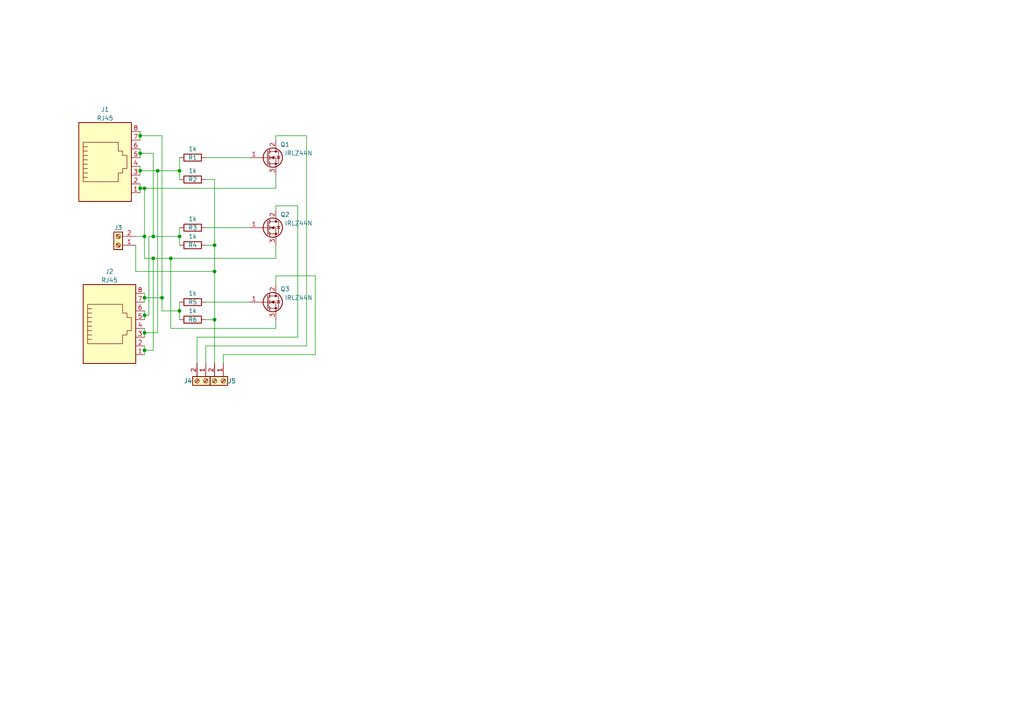
<source format=kicad_sch>
(kicad_sch (version 20230121) (generator eeschema)

  (uuid 7a1421d7-a5c7-4f96-9f0c-03d63521fe71)

  (paper "A4")

  (lib_symbols
    (symbol "Connector:RJ45" (pin_names (offset 1.016)) (in_bom yes) (on_board yes)
      (property "Reference" "J" (at -5.08 13.97 0)
        (effects (font (size 1.27 1.27)) (justify right))
      )
      (property "Value" "RJ45" (at 2.54 13.97 0)
        (effects (font (size 1.27 1.27)) (justify left))
      )
      (property "Footprint" "" (at 0 0.635 90)
        (effects (font (size 1.27 1.27)) hide)
      )
      (property "Datasheet" "~" (at 0 0.635 90)
        (effects (font (size 1.27 1.27)) hide)
      )
      (property "ki_keywords" "8P8C RJ socket connector" (at 0 0 0)
        (effects (font (size 1.27 1.27)) hide)
      )
      (property "ki_description" "RJ connector, 8P8C (8 positions 8 connected)" (at 0 0 0)
        (effects (font (size 1.27 1.27)) hide)
      )
      (property "ki_fp_filters" "8P8C* RJ31* RJ32* RJ33* RJ34* RJ35* RJ41* RJ45* RJ49* RJ61*" (at 0 0 0)
        (effects (font (size 1.27 1.27)) hide)
      )
      (symbol "RJ45_0_1"
        (polyline
          (pts
            (xy -5.08 4.445)
            (xy -6.35 4.445)
          )
          (stroke (width 0) (type default))
          (fill (type none))
        )
        (polyline
          (pts
            (xy -5.08 5.715)
            (xy -6.35 5.715)
          )
          (stroke (width 0) (type default))
          (fill (type none))
        )
        (polyline
          (pts
            (xy -6.35 -3.175)
            (xy -5.08 -3.175)
            (xy -5.08 -3.175)
          )
          (stroke (width 0) (type default))
          (fill (type none))
        )
        (polyline
          (pts
            (xy -6.35 -1.905)
            (xy -5.08 -1.905)
            (xy -5.08 -1.905)
          )
          (stroke (width 0) (type default))
          (fill (type none))
        )
        (polyline
          (pts
            (xy -6.35 -0.635)
            (xy -5.08 -0.635)
            (xy -5.08 -0.635)
          )
          (stroke (width 0) (type default))
          (fill (type none))
        )
        (polyline
          (pts
            (xy -6.35 0.635)
            (xy -5.08 0.635)
            (xy -5.08 0.635)
          )
          (stroke (width 0) (type default))
          (fill (type none))
        )
        (polyline
          (pts
            (xy -6.35 1.905)
            (xy -5.08 1.905)
            (xy -5.08 1.905)
          )
          (stroke (width 0) (type default))
          (fill (type none))
        )
        (polyline
          (pts
            (xy -5.08 3.175)
            (xy -6.35 3.175)
            (xy -6.35 3.175)
          )
          (stroke (width 0) (type default))
          (fill (type none))
        )
        (polyline
          (pts
            (xy -6.35 -4.445)
            (xy -6.35 6.985)
            (xy 3.81 6.985)
            (xy 3.81 4.445)
            (xy 5.08 4.445)
            (xy 5.08 3.175)
            (xy 6.35 3.175)
            (xy 6.35 -0.635)
            (xy 5.08 -0.635)
            (xy 5.08 -1.905)
            (xy 3.81 -1.905)
            (xy 3.81 -4.445)
            (xy -6.35 -4.445)
            (xy -6.35 -4.445)
          )
          (stroke (width 0) (type default))
          (fill (type none))
        )
        (rectangle (start 7.62 12.7) (end -7.62 -10.16)
          (stroke (width 0.254) (type default))
          (fill (type background))
        )
      )
      (symbol "RJ45_1_1"
        (pin passive line (at 10.16 -7.62 180) (length 2.54)
          (name "~" (effects (font (size 1.27 1.27))))
          (number "1" (effects (font (size 1.27 1.27))))
        )
        (pin passive line (at 10.16 -5.08 180) (length 2.54)
          (name "~" (effects (font (size 1.27 1.27))))
          (number "2" (effects (font (size 1.27 1.27))))
        )
        (pin passive line (at 10.16 -2.54 180) (length 2.54)
          (name "~" (effects (font (size 1.27 1.27))))
          (number "3" (effects (font (size 1.27 1.27))))
        )
        (pin passive line (at 10.16 0 180) (length 2.54)
          (name "~" (effects (font (size 1.27 1.27))))
          (number "4" (effects (font (size 1.27 1.27))))
        )
        (pin passive line (at 10.16 2.54 180) (length 2.54)
          (name "~" (effects (font (size 1.27 1.27))))
          (number "5" (effects (font (size 1.27 1.27))))
        )
        (pin passive line (at 10.16 5.08 180) (length 2.54)
          (name "~" (effects (font (size 1.27 1.27))))
          (number "6" (effects (font (size 1.27 1.27))))
        )
        (pin passive line (at 10.16 7.62 180) (length 2.54)
          (name "~" (effects (font (size 1.27 1.27))))
          (number "7" (effects (font (size 1.27 1.27))))
        )
        (pin passive line (at 10.16 10.16 180) (length 2.54)
          (name "~" (effects (font (size 1.27 1.27))))
          (number "8" (effects (font (size 1.27 1.27))))
        )
      )
    )
    (symbol "Connector:Screw_Terminal_01x02" (pin_names (offset 1.016) hide) (in_bom yes) (on_board yes)
      (property "Reference" "J" (at 0 2.54 0)
        (effects (font (size 1.27 1.27)))
      )
      (property "Value" "Screw_Terminal_01x02" (at 0 -5.08 0)
        (effects (font (size 1.27 1.27)))
      )
      (property "Footprint" "" (at 0 0 0)
        (effects (font (size 1.27 1.27)) hide)
      )
      (property "Datasheet" "~" (at 0 0 0)
        (effects (font (size 1.27 1.27)) hide)
      )
      (property "ki_keywords" "screw terminal" (at 0 0 0)
        (effects (font (size 1.27 1.27)) hide)
      )
      (property "ki_description" "Generic screw terminal, single row, 01x02, script generated (kicad-library-utils/schlib/autogen/connector/)" (at 0 0 0)
        (effects (font (size 1.27 1.27)) hide)
      )
      (property "ki_fp_filters" "TerminalBlock*:*" (at 0 0 0)
        (effects (font (size 1.27 1.27)) hide)
      )
      (symbol "Screw_Terminal_01x02_1_1"
        (rectangle (start -1.27 1.27) (end 1.27 -3.81)
          (stroke (width 0.254) (type default))
          (fill (type background))
        )
        (circle (center 0 -2.54) (radius 0.635)
          (stroke (width 0.1524) (type default))
          (fill (type none))
        )
        (polyline
          (pts
            (xy -0.5334 -2.2098)
            (xy 0.3302 -3.048)
          )
          (stroke (width 0.1524) (type default))
          (fill (type none))
        )
        (polyline
          (pts
            (xy -0.5334 0.3302)
            (xy 0.3302 -0.508)
          )
          (stroke (width 0.1524) (type default))
          (fill (type none))
        )
        (polyline
          (pts
            (xy -0.3556 -2.032)
            (xy 0.508 -2.8702)
          )
          (stroke (width 0.1524) (type default))
          (fill (type none))
        )
        (polyline
          (pts
            (xy -0.3556 0.508)
            (xy 0.508 -0.3302)
          )
          (stroke (width 0.1524) (type default))
          (fill (type none))
        )
        (circle (center 0 0) (radius 0.635)
          (stroke (width 0.1524) (type default))
          (fill (type none))
        )
        (pin passive line (at -5.08 0 0) (length 3.81)
          (name "Pin_1" (effects (font (size 1.27 1.27))))
          (number "1" (effects (font (size 1.27 1.27))))
        )
        (pin passive line (at -5.08 -2.54 0) (length 3.81)
          (name "Pin_2" (effects (font (size 1.27 1.27))))
          (number "2" (effects (font (size 1.27 1.27))))
        )
      )
    )
    (symbol "Device:R" (pin_numbers hide) (pin_names (offset 0)) (in_bom yes) (on_board yes)
      (property "Reference" "R" (at 2.032 0 90)
        (effects (font (size 1.27 1.27)))
      )
      (property "Value" "R" (at 0 0 90)
        (effects (font (size 1.27 1.27)))
      )
      (property "Footprint" "" (at -1.778 0 90)
        (effects (font (size 1.27 1.27)) hide)
      )
      (property "Datasheet" "~" (at 0 0 0)
        (effects (font (size 1.27 1.27)) hide)
      )
      (property "ki_keywords" "R res resistor" (at 0 0 0)
        (effects (font (size 1.27 1.27)) hide)
      )
      (property "ki_description" "Resistor" (at 0 0 0)
        (effects (font (size 1.27 1.27)) hide)
      )
      (property "ki_fp_filters" "R_*" (at 0 0 0)
        (effects (font (size 1.27 1.27)) hide)
      )
      (symbol "R_0_1"
        (rectangle (start -1.016 -2.54) (end 1.016 2.54)
          (stroke (width 0.254) (type default))
          (fill (type none))
        )
      )
      (symbol "R_1_1"
        (pin passive line (at 0 3.81 270) (length 1.27)
          (name "~" (effects (font (size 1.27 1.27))))
          (number "1" (effects (font (size 1.27 1.27))))
        )
        (pin passive line (at 0 -3.81 90) (length 1.27)
          (name "~" (effects (font (size 1.27 1.27))))
          (number "2" (effects (font (size 1.27 1.27))))
        )
      )
    )
    (symbol "Transistor_FET:IRLZ44N" (pin_names hide) (in_bom yes) (on_board yes)
      (property "Reference" "Q" (at 6.35 1.905 0)
        (effects (font (size 1.27 1.27)) (justify left))
      )
      (property "Value" "IRLZ44N" (at 6.35 0 0)
        (effects (font (size 1.27 1.27)) (justify left))
      )
      (property "Footprint" "Package_TO_SOT_THT:TO-220-3_Vertical" (at 6.35 -1.905 0)
        (effects (font (size 1.27 1.27) italic) (justify left) hide)
      )
      (property "Datasheet" "http://www.irf.com/product-info/datasheets/data/irlz44n.pdf" (at 0 0 0)
        (effects (font (size 1.27 1.27)) (justify left) hide)
      )
      (property "ki_keywords" "N-Channel HEXFET MOSFET Logic-Level" (at 0 0 0)
        (effects (font (size 1.27 1.27)) hide)
      )
      (property "ki_description" "47A Id, 55V Vds, 22mOhm Rds Single N-Channel HEXFET Power MOSFET, TO-220AB" (at 0 0 0)
        (effects (font (size 1.27 1.27)) hide)
      )
      (property "ki_fp_filters" "TO?220*" (at 0 0 0)
        (effects (font (size 1.27 1.27)) hide)
      )
      (symbol "IRLZ44N_0_1"
        (polyline
          (pts
            (xy 0.254 0)
            (xy -2.54 0)
          )
          (stroke (width 0) (type default))
          (fill (type none))
        )
        (polyline
          (pts
            (xy 0.254 1.905)
            (xy 0.254 -1.905)
          )
          (stroke (width 0.254) (type default))
          (fill (type none))
        )
        (polyline
          (pts
            (xy 0.762 -1.27)
            (xy 0.762 -2.286)
          )
          (stroke (width 0.254) (type default))
          (fill (type none))
        )
        (polyline
          (pts
            (xy 0.762 0.508)
            (xy 0.762 -0.508)
          )
          (stroke (width 0.254) (type default))
          (fill (type none))
        )
        (polyline
          (pts
            (xy 0.762 2.286)
            (xy 0.762 1.27)
          )
          (stroke (width 0.254) (type default))
          (fill (type none))
        )
        (polyline
          (pts
            (xy 2.54 2.54)
            (xy 2.54 1.778)
          )
          (stroke (width 0) (type default))
          (fill (type none))
        )
        (polyline
          (pts
            (xy 2.54 -2.54)
            (xy 2.54 0)
            (xy 0.762 0)
          )
          (stroke (width 0) (type default))
          (fill (type none))
        )
        (polyline
          (pts
            (xy 0.762 -1.778)
            (xy 3.302 -1.778)
            (xy 3.302 1.778)
            (xy 0.762 1.778)
          )
          (stroke (width 0) (type default))
          (fill (type none))
        )
        (polyline
          (pts
            (xy 1.016 0)
            (xy 2.032 0.381)
            (xy 2.032 -0.381)
            (xy 1.016 0)
          )
          (stroke (width 0) (type default))
          (fill (type outline))
        )
        (polyline
          (pts
            (xy 2.794 0.508)
            (xy 2.921 0.381)
            (xy 3.683 0.381)
            (xy 3.81 0.254)
          )
          (stroke (width 0) (type default))
          (fill (type none))
        )
        (polyline
          (pts
            (xy 3.302 0.381)
            (xy 2.921 -0.254)
            (xy 3.683 -0.254)
            (xy 3.302 0.381)
          )
          (stroke (width 0) (type default))
          (fill (type none))
        )
        (circle (center 1.651 0) (radius 2.794)
          (stroke (width 0.254) (type default))
          (fill (type none))
        )
        (circle (center 2.54 -1.778) (radius 0.254)
          (stroke (width 0) (type default))
          (fill (type outline))
        )
        (circle (center 2.54 1.778) (radius 0.254)
          (stroke (width 0) (type default))
          (fill (type outline))
        )
      )
      (symbol "IRLZ44N_1_1"
        (pin input line (at -5.08 0 0) (length 2.54)
          (name "G" (effects (font (size 1.27 1.27))))
          (number "1" (effects (font (size 1.27 1.27))))
        )
        (pin passive line (at 2.54 5.08 270) (length 2.54)
          (name "D" (effects (font (size 1.27 1.27))))
          (number "2" (effects (font (size 1.27 1.27))))
        )
        (pin passive line (at 2.54 -5.08 90) (length 2.54)
          (name "S" (effects (font (size 1.27 1.27))))
          (number "3" (effects (font (size 1.27 1.27))))
        )
      )
    )
  )

  (junction (at 44.45 74.93) (diameter 0) (color 0 0 0 0)
    (uuid 004a1162-dbcd-443d-8813-95c6b932363e)
  )
  (junction (at 41.91 86.36) (diameter 0) (color 0 0 0 0)
    (uuid 0ff7f797-8446-4776-b7eb-a4ce03a7e1b4)
  )
  (junction (at 40.64 54.61) (diameter 0) (color 0 0 0 0)
    (uuid 348c2867-32a8-4522-8d1c-f1183ffc75ba)
  )
  (junction (at 52.07 68.58) (diameter 0) (color 0 0 0 0)
    (uuid 3f320f3f-b9fb-469a-837f-0b8a6ba2de82)
  )
  (junction (at 40.64 49.53) (diameter 0) (color 0 0 0 0)
    (uuid 51cdeea4-e2b3-4434-8fd1-90a039ae9953)
  )
  (junction (at 46.99 86.36) (diameter 0) (color 0 0 0 0)
    (uuid 6319a635-7f01-4b7e-ae7e-6dfd57195926)
  )
  (junction (at 45.72 49.53) (diameter 0) (color 0 0 0 0)
    (uuid 66111106-d196-4247-aac3-056010943275)
  )
  (junction (at 41.91 91.44) (diameter 0) (color 0 0 0 0)
    (uuid 73f94deb-0823-487c-92c1-11d7bce1b314)
  )
  (junction (at 40.64 44.45) (diameter 0) (color 0 0 0 0)
    (uuid 78796770-a658-4fdb-a099-a09d74fcc55d)
  )
  (junction (at 52.07 90.17) (diameter 0) (color 0 0 0 0)
    (uuid 7abb6684-8af7-4b5a-b909-e05758941071)
  )
  (junction (at 41.91 54.61) (diameter 0) (color 0 0 0 0)
    (uuid 7b070aa7-f46a-4cbe-a4ff-afdd3e3d1558)
  )
  (junction (at 41.91 101.6) (diameter 0) (color 0 0 0 0)
    (uuid 866a0e23-6d6d-4447-92ce-f25b3d500d2d)
  )
  (junction (at 62.23 78.74) (diameter 0) (color 0 0 0 0)
    (uuid 8bcf0a28-789a-42e5-9bb7-0d150fa082a4)
  )
  (junction (at 41.91 68.58) (diameter 0) (color 0 0 0 0)
    (uuid 8debb0db-4819-4dbe-9033-b89ebac7a5fe)
  )
  (junction (at 49.53 74.93) (diameter 0) (color 0 0 0 0)
    (uuid 8e103067-762a-4000-9c25-2667b405e71a)
  )
  (junction (at 44.45 68.58) (diameter 0) (color 0 0 0 0)
    (uuid add47c5b-fb51-4a11-a5b5-98bdd4c0f841)
  )
  (junction (at 62.23 71.12) (diameter 0) (color 0 0 0 0)
    (uuid bcdd4612-78aa-401e-9a3b-fa44b9596a09)
  )
  (junction (at 40.64 39.37) (diameter 0) (color 0 0 0 0)
    (uuid cd9eac9e-8932-4dea-bb2e-221fd3f04e60)
  )
  (junction (at 62.23 92.71) (diameter 0) (color 0 0 0 0)
    (uuid e67f3f23-5282-4b56-acb9-443da340b586)
  )
  (junction (at 41.91 96.52) (diameter 0) (color 0 0 0 0)
    (uuid ea44d301-cbe3-4e13-8399-2baa658f4c09)
  )
  (junction (at 52.07 49.53) (diameter 0) (color 0 0 0 0)
    (uuid f69158a8-70fa-40af-a7f9-7d74be485ab0)
  )

  (wire (pts (xy 59.69 71.12) (xy 62.23 71.12))
    (stroke (width 0) (type default))
    (uuid 0295011f-1d58-40f1-8b40-3345757da868)
  )
  (wire (pts (xy 44.45 74.93) (xy 41.91 74.93))
    (stroke (width 0) (type default))
    (uuid 02c577a7-f71f-40ef-94b1-c06a133690fe)
  )
  (wire (pts (xy 44.45 101.6) (xy 44.45 74.93))
    (stroke (width 0) (type default))
    (uuid 08953285-9bb4-49fa-8529-270d1b943481)
  )
  (wire (pts (xy 41.91 91.44) (xy 43.18 91.44))
    (stroke (width 0) (type default))
    (uuid 0a217382-1e65-4147-9e9b-894a74a63144)
  )
  (wire (pts (xy 41.91 101.6) (xy 41.91 102.87))
    (stroke (width 0) (type default))
    (uuid 0bbec615-bddb-4335-b1d6-0501ddc085b3)
  )
  (wire (pts (xy 45.72 49.53) (xy 45.72 96.52))
    (stroke (width 0) (type default))
    (uuid 0d964552-c3b8-45b3-b21f-53bc49697a2b)
  )
  (wire (pts (xy 49.53 74.93) (xy 49.53 95.25))
    (stroke (width 0) (type default))
    (uuid 0f009cfb-4ba0-412c-a2aa-2eba2cf1c44f)
  )
  (wire (pts (xy 91.44 102.87) (xy 91.44 80.01))
    (stroke (width 0) (type default))
    (uuid 0f3f90a2-115a-4f8b-b4e7-6b7b9a844cec)
  )
  (wire (pts (xy 41.91 101.6) (xy 44.45 101.6))
    (stroke (width 0) (type default))
    (uuid 10b53012-c289-4e2a-a250-9cba62db0b9d)
  )
  (wire (pts (xy 41.91 68.58) (xy 41.91 74.93))
    (stroke (width 0) (type default))
    (uuid 15ffa9d7-dbaa-4272-b0cb-f7baebeaa81e)
  )
  (wire (pts (xy 80.01 71.12) (xy 80.01 74.93))
    (stroke (width 0) (type default))
    (uuid 1bf120a1-d169-4439-a460-88a1c9408725)
  )
  (wire (pts (xy 57.15 97.79) (xy 57.15 105.41))
    (stroke (width 0) (type default))
    (uuid 1c791577-f887-45c5-96a7-2e2e244d3d7f)
  )
  (wire (pts (xy 40.64 54.61) (xy 40.64 55.88))
    (stroke (width 0) (type default))
    (uuid 25dfe38e-e717-4e8f-bb5d-db38dc816e2e)
  )
  (wire (pts (xy 40.64 43.18) (xy 40.64 44.45))
    (stroke (width 0) (type default))
    (uuid 2d938624-5864-45db-9883-2aad2f06f3da)
  )
  (wire (pts (xy 86.36 97.79) (xy 57.15 97.79))
    (stroke (width 0) (type default))
    (uuid 3472c4d5-5365-452f-824b-b19fddfa3cac)
  )
  (wire (pts (xy 52.07 68.58) (xy 52.07 71.12))
    (stroke (width 0) (type default))
    (uuid 39d33a5d-b773-4866-b124-d5566044faeb)
  )
  (wire (pts (xy 46.99 39.37) (xy 46.99 86.36))
    (stroke (width 0) (type default))
    (uuid 3c8cf41b-7a4c-4bdd-95a9-39bc5805bc9c)
  )
  (wire (pts (xy 80.01 59.69) (xy 86.36 59.69))
    (stroke (width 0) (type default))
    (uuid 45d57437-c677-49aa-bbcb-b804d5781f9f)
  )
  (wire (pts (xy 64.77 102.87) (xy 91.44 102.87))
    (stroke (width 0) (type default))
    (uuid 466f46c7-ea66-43b7-b7c3-b32b364c76a2)
  )
  (wire (pts (xy 62.23 52.07) (xy 62.23 71.12))
    (stroke (width 0) (type default))
    (uuid 4822e6ca-5066-41aa-8c0b-f27252e51a4f)
  )
  (wire (pts (xy 39.37 78.74) (xy 62.23 78.74))
    (stroke (width 0) (type default))
    (uuid 4984705a-65aa-4dc5-8ef3-9530a006de36)
  )
  (wire (pts (xy 59.69 105.41) (xy 59.69 100.33))
    (stroke (width 0) (type default))
    (uuid 4c28b125-0ee5-4e52-9b39-9dad2d61cadf)
  )
  (wire (pts (xy 39.37 71.12) (xy 39.37 78.74))
    (stroke (width 0) (type default))
    (uuid 4ceee902-4414-472f-9d3f-58926eb55cca)
  )
  (wire (pts (xy 59.69 100.33) (xy 88.9 100.33))
    (stroke (width 0) (type default))
    (uuid 50c1afcb-ad0f-4787-9c2f-3491f80fcd8c)
  )
  (wire (pts (xy 52.07 49.53) (xy 52.07 52.07))
    (stroke (width 0) (type default))
    (uuid 5803cf4c-55f5-4bc6-abbb-d4114669128d)
  )
  (wire (pts (xy 40.64 49.53) (xy 40.64 50.8))
    (stroke (width 0) (type default))
    (uuid 654b53e3-d217-4688-8ef2-e05faa3a9a63)
  )
  (wire (pts (xy 43.18 68.58) (xy 44.45 68.58))
    (stroke (width 0) (type default))
    (uuid 6a8c493f-0177-41f6-a501-dbdb166aba29)
  )
  (wire (pts (xy 59.69 87.63) (xy 72.39 87.63))
    (stroke (width 0) (type default))
    (uuid 6ea8a6e1-084f-4305-bffc-b443e17037a9)
  )
  (wire (pts (xy 80.01 39.37) (xy 88.9 39.37))
    (stroke (width 0) (type default))
    (uuid 72de3053-3427-4dc1-8940-f18d5ce71982)
  )
  (wire (pts (xy 39.37 68.58) (xy 41.91 68.58))
    (stroke (width 0) (type default))
    (uuid 7b628af0-7ea2-4635-84b4-d3befe66579b)
  )
  (wire (pts (xy 44.45 68.58) (xy 52.07 68.58))
    (stroke (width 0) (type default))
    (uuid 7ec310b6-9612-4bb1-8e53-fc2f66a53fd3)
  )
  (wire (pts (xy 62.23 78.74) (xy 62.23 92.71))
    (stroke (width 0) (type default))
    (uuid 802bb857-a9fc-4a16-9018-c7b0268bc98f)
  )
  (wire (pts (xy 45.72 49.53) (xy 52.07 49.53))
    (stroke (width 0) (type default))
    (uuid 809d3e52-f7c8-42c7-ae6f-e1da711fb155)
  )
  (wire (pts (xy 49.53 74.93) (xy 44.45 74.93))
    (stroke (width 0) (type default))
    (uuid 8197587b-bf21-485b-9149-412d1c6090f6)
  )
  (wire (pts (xy 41.91 100.33) (xy 41.91 101.6))
    (stroke (width 0) (type default))
    (uuid 829fe133-9d49-49e0-994e-49d0659df300)
  )
  (wire (pts (xy 40.64 39.37) (xy 46.99 39.37))
    (stroke (width 0) (type default))
    (uuid 836c878b-223f-42ad-bfc8-29f0f3727b01)
  )
  (wire (pts (xy 80.01 40.64) (xy 80.01 39.37))
    (stroke (width 0) (type default))
    (uuid 83b2a836-b37c-4de5-9155-0437167fdd40)
  )
  (wire (pts (xy 52.07 66.04) (xy 52.07 68.58))
    (stroke (width 0) (type default))
    (uuid 8417dfc3-c073-4e50-97f2-c4d727e7a9e1)
  )
  (wire (pts (xy 41.91 96.52) (xy 41.91 97.79))
    (stroke (width 0) (type default))
    (uuid 852b7e39-6cc6-4ade-9e42-03d361dda257)
  )
  (wire (pts (xy 52.07 87.63) (xy 52.07 90.17))
    (stroke (width 0) (type default))
    (uuid 86239a8c-afbc-48ad-b4fc-2e1cf151502d)
  )
  (wire (pts (xy 62.23 71.12) (xy 62.23 78.74))
    (stroke (width 0) (type default))
    (uuid 886b0373-0350-40f7-8d1d-bd22063da669)
  )
  (wire (pts (xy 59.69 52.07) (xy 62.23 52.07))
    (stroke (width 0) (type default))
    (uuid 8956e28c-d5c5-44b3-abb0-73a02a8f0f67)
  )
  (wire (pts (xy 46.99 86.36) (xy 46.99 90.17))
    (stroke (width 0) (type default))
    (uuid 90eab49a-e63d-4584-98c0-21f7f7567612)
  )
  (wire (pts (xy 86.36 59.69) (xy 86.36 97.79))
    (stroke (width 0) (type default))
    (uuid 947b626a-981b-4b58-91fd-44803933977f)
  )
  (wire (pts (xy 52.07 45.72) (xy 52.07 49.53))
    (stroke (width 0) (type default))
    (uuid 9e1ec528-8f82-4786-8769-06b6e8cd1552)
  )
  (wire (pts (xy 80.01 50.8) (xy 80.01 54.61))
    (stroke (width 0) (type default))
    (uuid a3e81d44-1a3a-4945-8f98-f5ce10c0d2bc)
  )
  (wire (pts (xy 62.23 92.71) (xy 62.23 105.41))
    (stroke (width 0) (type default))
    (uuid a4538502-a0cd-46c9-abad-1ebd1ca26b09)
  )
  (wire (pts (xy 80.01 74.93) (xy 49.53 74.93))
    (stroke (width 0) (type default))
    (uuid a550d858-b58f-466f-a399-aa936659b9a6)
  )
  (wire (pts (xy 40.64 44.45) (xy 44.45 44.45))
    (stroke (width 0) (type default))
    (uuid a576964d-d93b-468a-9101-4abbad1a45eb)
  )
  (wire (pts (xy 41.91 54.61) (xy 40.64 54.61))
    (stroke (width 0) (type default))
    (uuid a64d94a6-ecb2-472d-87f6-b82167d2bd52)
  )
  (wire (pts (xy 88.9 39.37) (xy 88.9 100.33))
    (stroke (width 0) (type default))
    (uuid a7e2c07c-b841-4913-8ac2-bb39a5d2c1c7)
  )
  (wire (pts (xy 41.91 95.25) (xy 41.91 96.52))
    (stroke (width 0) (type default))
    (uuid a8ac496f-ace2-407d-a544-a26622c8b786)
  )
  (wire (pts (xy 52.07 90.17) (xy 52.07 92.71))
    (stroke (width 0) (type default))
    (uuid a8adf9a2-e78a-4d42-a1c5-d45edc6a9dd8)
  )
  (wire (pts (xy 59.69 45.72) (xy 72.39 45.72))
    (stroke (width 0) (type default))
    (uuid aa2ad692-1ca2-4021-b5cc-99d5e1a0201f)
  )
  (wire (pts (xy 59.69 92.71) (xy 62.23 92.71))
    (stroke (width 0) (type default))
    (uuid af1d62f4-ee3d-40a5-a821-94db7c54022a)
  )
  (wire (pts (xy 46.99 90.17) (xy 52.07 90.17))
    (stroke (width 0) (type default))
    (uuid b3e19d70-e3d1-4739-beb9-558dbbf8a2be)
  )
  (wire (pts (xy 80.01 95.25) (xy 49.53 95.25))
    (stroke (width 0) (type default))
    (uuid b795bb2e-3fb3-4f7e-9e22-8c95f2992076)
  )
  (wire (pts (xy 80.01 54.61) (xy 41.91 54.61))
    (stroke (width 0) (type default))
    (uuid c3fe367f-e420-4feb-aa67-bb1230c41046)
  )
  (wire (pts (xy 80.01 82.55) (xy 80.01 80.01))
    (stroke (width 0) (type default))
    (uuid c4759845-498e-4bf5-a2cd-ffeb0186cdbe)
  )
  (wire (pts (xy 80.01 80.01) (xy 91.44 80.01))
    (stroke (width 0) (type default))
    (uuid c8ca38d8-bb10-4166-81da-c4d83e97cfcb)
  )
  (wire (pts (xy 40.64 38.1) (xy 40.64 39.37))
    (stroke (width 0) (type default))
    (uuid ce3ac272-75cc-4463-9f37-c45ebd06d23c)
  )
  (wire (pts (xy 40.64 49.53) (xy 45.72 49.53))
    (stroke (width 0) (type default))
    (uuid ce94cf73-75bd-43a2-9355-ffa8c7a52a19)
  )
  (wire (pts (xy 41.91 85.09) (xy 41.91 86.36))
    (stroke (width 0) (type default))
    (uuid d027d6e0-0961-4d83-b0bd-9816d292aa77)
  )
  (wire (pts (xy 40.64 44.45) (xy 40.64 45.72))
    (stroke (width 0) (type default))
    (uuid d8cbb5fe-ef1b-46c1-84ae-5b5b8fd95a33)
  )
  (wire (pts (xy 80.01 59.69) (xy 80.01 60.96))
    (stroke (width 0) (type default))
    (uuid dcff9c7f-177b-45de-adb2-ffa0a0105702)
  )
  (wire (pts (xy 80.01 92.71) (xy 80.01 95.25))
    (stroke (width 0) (type default))
    (uuid e065d558-026d-4529-8a78-be7e31a5681e)
  )
  (wire (pts (xy 43.18 68.58) (xy 43.18 91.44))
    (stroke (width 0) (type default))
    (uuid e1aa7130-ace1-4fd4-aadc-8e9ce9fb21d4)
  )
  (wire (pts (xy 44.45 44.45) (xy 44.45 68.58))
    (stroke (width 0) (type default))
    (uuid e3cd19b5-9851-486a-83c2-ad79966d5b6c)
  )
  (wire (pts (xy 40.64 48.26) (xy 40.64 49.53))
    (stroke (width 0) (type default))
    (uuid eba64c38-b079-4e10-82fa-90a4a0ad2160)
  )
  (wire (pts (xy 41.91 86.36) (xy 41.91 87.63))
    (stroke (width 0) (type default))
    (uuid eeae18e5-a567-47c6-9c0a-fcd87909feb3)
  )
  (wire (pts (xy 41.91 91.44) (xy 41.91 92.71))
    (stroke (width 0) (type default))
    (uuid f18146ec-a485-4b6b-8db4-ddbff0ccbf3d)
  )
  (wire (pts (xy 41.91 96.52) (xy 45.72 96.52))
    (stroke (width 0) (type default))
    (uuid f1e41c0d-3613-49f8-8ae3-1ade8e07c88f)
  )
  (wire (pts (xy 40.64 53.34) (xy 40.64 54.61))
    (stroke (width 0) (type default))
    (uuid f349d118-6e10-4834-a942-54b31d6ea044)
  )
  (wire (pts (xy 64.77 105.41) (xy 64.77 102.87))
    (stroke (width 0) (type default))
    (uuid f7f0bd07-18ba-4975-95e9-911bf141e2b2)
  )
  (wire (pts (xy 72.39 66.04) (xy 59.69 66.04))
    (stroke (width 0) (type default))
    (uuid f9744323-e798-486f-946f-d0465eed9e5b)
  )
  (wire (pts (xy 41.91 90.17) (xy 41.91 91.44))
    (stroke (width 0) (type default))
    (uuid f9afca8c-3f1c-4fa5-b2a6-978aedd18a7e)
  )
  (wire (pts (xy 41.91 54.61) (xy 41.91 68.58))
    (stroke (width 0) (type default))
    (uuid fb4b65ef-f103-454c-a84e-d4a2588e7b9d)
  )
  (wire (pts (xy 40.64 39.37) (xy 40.64 40.64))
    (stroke (width 0) (type default))
    (uuid fc9f1c20-28d8-4f35-b361-23b29d6daad7)
  )
  (wire (pts (xy 41.91 86.36) (xy 46.99 86.36))
    (stroke (width 0) (type default))
    (uuid fe948bcd-dde5-4bc7-930a-63b06a5e7641)
  )

  (symbol (lib_id "Transistor_FET:IRLZ44N") (at 77.47 66.04 0) (unit 1)
    (in_bom yes) (on_board yes) (dnp no)
    (uuid 3970c629-75dd-4997-a9b3-06375d1a33d3)
    (property "Reference" "Q2" (at 81.28 62.23 0)
      (effects (font (size 1.27 1.27)) (justify left))
    )
    (property "Value" "IRLZ44N" (at 82.55 64.77 0)
      (effects (font (size 1.27 1.27)) (justify left))
    )
    (property "Footprint" "Package_TO_SOT_THT:TO-220-3_Vertical" (at 83.82 67.945 0)
      (effects (font (size 1.27 1.27) italic) (justify left) hide)
    )
    (property "Datasheet" "http://www.irf.com/product-info/datasheets/data/irlz44n.pdf" (at 77.47 66.04 0)
      (effects (font (size 1.27 1.27)) (justify left) hide)
    )
    (pin "1" (uuid 65ef8334-96ce-482c-a909-b880d18d923e))
    (pin "2" (uuid f9e6e0a4-d421-4208-b680-5e7b81520284))
    (pin "3" (uuid 414c85d7-2d01-4620-aadc-a4448859428e))
    (instances
      (project "resividor 3"
        (path "/7a1421d7-a5c7-4f96-9f0c-03d63521fe71"
          (reference "Q2") (unit 1)
        )
      )
    )
  )

  (symbol (lib_id "Device:R") (at 55.88 87.63 90) (unit 1)
    (in_bom yes) (on_board yes) (dnp no)
    (uuid 5b14ff91-5374-471d-9a10-b01c77caabff)
    (property "Reference" "R5" (at 55.88 87.63 90)
      (effects (font (size 1.27 1.27)))
    )
    (property "Value" "1k" (at 55.88 85.09 90)
      (effects (font (size 1.27 1.27)))
    )
    (property "Footprint" "Resistor_THT:R_Axial_DIN0207_L6.3mm_D2.5mm_P10.16mm_Horizontal" (at 55.88 89.408 90)
      (effects (font (size 1.27 1.27)) hide)
    )
    (property "Datasheet" "~" (at 55.88 87.63 0)
      (effects (font (size 1.27 1.27)) hide)
    )
    (pin "1" (uuid eee9a2a1-e431-4d11-81de-5ae5435da8d0))
    (pin "2" (uuid a0de7443-f7c6-4541-a30f-17c6bebf8b54))
    (instances
      (project "resividor 3"
        (path "/7a1421d7-a5c7-4f96-9f0c-03d63521fe71"
          (reference "R5") (unit 1)
        )
      )
    )
  )

  (symbol (lib_id "Connector:Screw_Terminal_01x02") (at 34.29 71.12 180) (unit 1)
    (in_bom yes) (on_board yes) (dnp no)
    (uuid 5d33d4ea-9a82-411b-8044-5db804cb0196)
    (property "Reference" "J3" (at 34.29 66.04 0)
      (effects (font (size 1.27 1.27)))
    )
    (property "Value" "Screw_Terminal_01x02" (at 34.29 66.04 0)
      (effects (font (size 1.27 1.27)) hide)
    )
    (property "Footprint" "TerminalBlock_Phoenix:TerminalBlock_Phoenix_MKDS-1,5-2-5.08_1x02_P5.08mm_Horizontal" (at 34.29 71.12 0)
      (effects (font (size 1.27 1.27)) hide)
    )
    (property "Datasheet" "~" (at 34.29 71.12 0)
      (effects (font (size 1.27 1.27)) hide)
    )
    (pin "1" (uuid a85ecd47-b815-4fce-95c1-154c15936795))
    (pin "2" (uuid 7e859dca-4cf3-4654-bf0f-6ce5c7457fa4))
    (instances
      (project "resividor 3"
        (path "/7a1421d7-a5c7-4f96-9f0c-03d63521fe71"
          (reference "J3") (unit 1)
        )
      )
    )
  )

  (symbol (lib_id "Device:R") (at 55.88 45.72 90) (unit 1)
    (in_bom yes) (on_board yes) (dnp no)
    (uuid 62e07ee1-4c58-4892-8e1c-7548bc5e0e30)
    (property "Reference" "R1" (at 55.88 45.72 90)
      (effects (font (size 1.27 1.27)))
    )
    (property "Value" "1k" (at 55.88 43.18 90)
      (effects (font (size 1.27 1.27)))
    )
    (property "Footprint" "Resistor_THT:R_Axial_DIN0207_L6.3mm_D2.5mm_P10.16mm_Horizontal" (at 55.88 47.498 90)
      (effects (font (size 1.27 1.27)) hide)
    )
    (property "Datasheet" "~" (at 55.88 45.72 0)
      (effects (font (size 1.27 1.27)) hide)
    )
    (pin "1" (uuid dcf3ddd0-257b-4a5f-8e7a-f56de382901c))
    (pin "2" (uuid 81869fcf-0bda-4239-a3bb-2915e7edb045))
    (instances
      (project "resividor 3"
        (path "/7a1421d7-a5c7-4f96-9f0c-03d63521fe71"
          (reference "R1") (unit 1)
        )
      )
    )
  )

  (symbol (lib_id "Device:R") (at 55.88 71.12 90) (unit 1)
    (in_bom yes) (on_board yes) (dnp no)
    (uuid 6bcb51c7-a92a-4685-aab3-2e7a563fc143)
    (property "Reference" "R4" (at 55.88 71.12 90)
      (effects (font (size 1.27 1.27)))
    )
    (property "Value" "1k" (at 55.88 68.58 90)
      (effects (font (size 1.27 1.27)))
    )
    (property "Footprint" "Resistor_THT:R_Axial_DIN0207_L6.3mm_D2.5mm_P10.16mm_Horizontal" (at 55.88 72.898 90)
      (effects (font (size 1.27 1.27)) hide)
    )
    (property "Datasheet" "~" (at 55.88 71.12 0)
      (effects (font (size 1.27 1.27)) hide)
    )
    (pin "1" (uuid 8e45d95d-bb39-476e-8bdd-cb5042704bd7))
    (pin "2" (uuid 2e83ef1a-c283-4d27-bf71-05a7a3622e85))
    (instances
      (project "resividor 3"
        (path "/7a1421d7-a5c7-4f96-9f0c-03d63521fe71"
          (reference "R4") (unit 1)
        )
      )
    )
  )

  (symbol (lib_id "Connector:Screw_Terminal_01x02") (at 59.69 110.49 270) (unit 1)
    (in_bom yes) (on_board yes) (dnp no)
    (uuid 8fc3956f-1ddc-4071-8f08-b31aa83382c0)
    (property "Reference" "J4" (at 53.34 110.49 90)
      (effects (font (size 1.27 1.27)) (justify left))
    )
    (property "Value" "Screw_Terminal_01x02" (at 62.23 112.395 90)
      (effects (font (size 1.27 1.27)) (justify left) hide)
    )
    (property "Footprint" "TerminalBlock_Phoenix:TerminalBlock_Phoenix_MKDS-1,5-2-5.08_1x02_P5.08mm_Horizontal" (at 59.69 110.49 0)
      (effects (font (size 1.27 1.27)) hide)
    )
    (property "Datasheet" "~" (at 59.69 110.49 0)
      (effects (font (size 1.27 1.27)) hide)
    )
    (pin "1" (uuid 887d1e18-3eef-43a3-b022-627d12e1e276))
    (pin "2" (uuid cb2942aa-b0ac-4fcd-bba6-0bd88c21f207))
    (instances
      (project "resividor 3"
        (path "/7a1421d7-a5c7-4f96-9f0c-03d63521fe71"
          (reference "J4") (unit 1)
        )
      )
    )
  )

  (symbol (lib_id "Device:R") (at 55.88 52.07 90) (unit 1)
    (in_bom yes) (on_board yes) (dnp no)
    (uuid 91a60a8c-6dcf-413c-8bca-cd138a174fc7)
    (property "Reference" "R2" (at 55.88 52.07 90)
      (effects (font (size 1.27 1.27)))
    )
    (property "Value" "1k" (at 55.88 49.53 90)
      (effects (font (size 1.27 1.27)))
    )
    (property "Footprint" "Resistor_THT:R_Axial_DIN0207_L6.3mm_D2.5mm_P10.16mm_Horizontal" (at 55.88 53.848 90)
      (effects (font (size 1.27 1.27)) hide)
    )
    (property "Datasheet" "~" (at 55.88 52.07 0)
      (effects (font (size 1.27 1.27)) hide)
    )
    (pin "1" (uuid 471f7417-af6b-4364-a543-9038300cde41))
    (pin "2" (uuid 208d04fe-83ef-49d1-a369-7ed7ba1baae2))
    (instances
      (project "resividor 3"
        (path "/7a1421d7-a5c7-4f96-9f0c-03d63521fe71"
          (reference "R2") (unit 1)
        )
      )
    )
  )

  (symbol (lib_id "Transistor_FET:IRLZ44N") (at 77.47 45.72 0) (unit 1)
    (in_bom yes) (on_board yes) (dnp no)
    (uuid 9d42a8ba-c0b1-48d3-86f5-f6a646e9b79c)
    (property "Reference" "Q1" (at 81.28 41.91 0)
      (effects (font (size 1.27 1.27)) (justify left))
    )
    (property "Value" "IRLZ44N" (at 82.55 44.45 0)
      (effects (font (size 1.27 1.27)) (justify left))
    )
    (property "Footprint" "Package_TO_SOT_THT:TO-220-3_Vertical" (at 83.82 47.625 0)
      (effects (font (size 1.27 1.27) italic) (justify left) hide)
    )
    (property "Datasheet" "http://www.irf.com/product-info/datasheets/data/irlz44n.pdf" (at 77.47 45.72 0)
      (effects (font (size 1.27 1.27)) (justify left) hide)
    )
    (pin "1" (uuid 535ca280-128d-4909-9ce1-722cd24ff63c))
    (pin "2" (uuid 67b4a957-27f7-4bd2-ba38-9c434c5ce237))
    (pin "3" (uuid f00b289e-a459-4a0c-892b-5658bfe8cad3))
    (instances
      (project "resividor 3"
        (path "/7a1421d7-a5c7-4f96-9f0c-03d63521fe71"
          (reference "Q1") (unit 1)
        )
      )
    )
  )

  (symbol (lib_id "Transistor_FET:IRLZ44N") (at 77.47 87.63 0) (unit 1)
    (in_bom yes) (on_board yes) (dnp no)
    (uuid b08b4619-5d56-40ed-be86-559c237912de)
    (property "Reference" "Q3" (at 81.28 83.82 0)
      (effects (font (size 1.27 1.27)) (justify left))
    )
    (property "Value" "IRLZ44N" (at 82.55 86.36 0)
      (effects (font (size 1.27 1.27)) (justify left))
    )
    (property "Footprint" "Package_TO_SOT_THT:TO-220-3_Vertical" (at 83.82 89.535 0)
      (effects (font (size 1.27 1.27) italic) (justify left) hide)
    )
    (property "Datasheet" "http://www.irf.com/product-info/datasheets/data/irlz44n.pdf" (at 77.47 87.63 0)
      (effects (font (size 1.27 1.27)) (justify left) hide)
    )
    (pin "1" (uuid 04ea9297-efba-425f-aaee-520b5f4eb81d))
    (pin "2" (uuid 0a543538-dba8-4e10-860e-b6422de7309d))
    (pin "3" (uuid 0f892d7c-8b85-41ee-b351-48f247e05b4f))
    (instances
      (project "resividor 3"
        (path "/7a1421d7-a5c7-4f96-9f0c-03d63521fe71"
          (reference "Q3") (unit 1)
        )
      )
    )
  )

  (symbol (lib_id "Connector:Screw_Terminal_01x02") (at 64.77 110.49 270) (unit 1)
    (in_bom yes) (on_board yes) (dnp no)
    (uuid c1ec6e0f-f192-4b1f-b472-55d409fdf316)
    (property "Reference" "J5" (at 66.04 110.49 90)
      (effects (font (size 1.27 1.27)) (justify left))
    )
    (property "Value" "Screw_Terminal_01x02" (at 67.31 112.395 90)
      (effects (font (size 1.27 1.27)) (justify left) hide)
    )
    (property "Footprint" "TerminalBlock_Phoenix:TerminalBlock_Phoenix_MKDS-1,5-2-5.08_1x02_P5.08mm_Horizontal" (at 64.77 110.49 0)
      (effects (font (size 1.27 1.27)) hide)
    )
    (property "Datasheet" "~" (at 64.77 110.49 0)
      (effects (font (size 1.27 1.27)) hide)
    )
    (pin "1" (uuid 14b85466-2f04-43c6-b0d4-2178be024494))
    (pin "2" (uuid a4d30681-5e5e-4e42-b0f8-42681416afa5))
    (instances
      (project "resividor 3"
        (path "/7a1421d7-a5c7-4f96-9f0c-03d63521fe71"
          (reference "J5") (unit 1)
        )
      )
    )
  )

  (symbol (lib_id "Device:R") (at 55.88 66.04 90) (unit 1)
    (in_bom yes) (on_board yes) (dnp no)
    (uuid d7302f62-023f-4154-9751-3ab7ac7fb957)
    (property "Reference" "R3" (at 55.88 66.04 90)
      (effects (font (size 1.27 1.27)))
    )
    (property "Value" "1k" (at 55.88 63.5 90)
      (effects (font (size 1.27 1.27)))
    )
    (property "Footprint" "Resistor_THT:R_Axial_DIN0207_L6.3mm_D2.5mm_P10.16mm_Horizontal" (at 55.88 67.818 90)
      (effects (font (size 1.27 1.27)) hide)
    )
    (property "Datasheet" "~" (at 55.88 66.04 0)
      (effects (font (size 1.27 1.27)) hide)
    )
    (pin "1" (uuid e77f3d09-5033-4c6d-87ae-092396fb6ad2))
    (pin "2" (uuid b176db5d-b39b-456e-908f-e3603767ee4e))
    (instances
      (project "resividor 3"
        (path "/7a1421d7-a5c7-4f96-9f0c-03d63521fe71"
          (reference "R3") (unit 1)
        )
      )
    )
  )

  (symbol (lib_id "Device:R") (at 55.88 92.71 90) (unit 1)
    (in_bom yes) (on_board yes) (dnp no)
    (uuid e9f6ebfd-f4ee-4eaf-baab-4249817c8afc)
    (property "Reference" "R6" (at 55.88 92.71 90)
      (effects (font (size 1.27 1.27)))
    )
    (property "Value" "1k" (at 55.88 90.17 90)
      (effects (font (size 1.27 1.27)))
    )
    (property "Footprint" "Resistor_THT:R_Axial_DIN0207_L6.3mm_D2.5mm_P10.16mm_Horizontal" (at 55.88 94.488 90)
      (effects (font (size 1.27 1.27)) hide)
    )
    (property "Datasheet" "~" (at 55.88 92.71 0)
      (effects (font (size 1.27 1.27)) hide)
    )
    (pin "1" (uuid a9f6832e-3b38-4bb4-9783-d0da0bcb7c78))
    (pin "2" (uuid 8627585e-bd53-4167-b970-9b67214c1c04))
    (instances
      (project "resividor 3"
        (path "/7a1421d7-a5c7-4f96-9f0c-03d63521fe71"
          (reference "R6") (unit 1)
        )
      )
    )
  )

  (symbol (lib_id "Connector:RJ45") (at 31.75 95.25 0) (unit 1)
    (in_bom yes) (on_board yes) (dnp no) (fields_autoplaced)
    (uuid ed0c5ccf-56ed-42f3-9c10-e2a2ded65102)
    (property "Reference" "J2" (at 31.75 78.74 0)
      (effects (font (size 1.27 1.27)))
    )
    (property "Value" "RJ45" (at 31.75 81.28 0)
      (effects (font (size 1.27 1.27)))
    )
    (property "Footprint" "Connector_RJ:RJ45_Amphenol_54602-x08_Horizontal" (at 31.75 94.615 90)
      (effects (font (size 1.27 1.27)) hide)
    )
    (property "Datasheet" "~" (at 31.75 94.615 90)
      (effects (font (size 1.27 1.27)) hide)
    )
    (pin "1" (uuid 45e54fc2-91b4-4f94-8b37-c25fc118f78a))
    (pin "2" (uuid 8fedf803-0c0b-4c2c-acca-2e95b717b26a))
    (pin "3" (uuid 1ea4ddf7-f80a-4ccb-8154-1b6fe6414ef7))
    (pin "4" (uuid 252cb686-a343-4425-b18e-bc85f4a50657))
    (pin "5" (uuid 17cbfcfc-49d6-4971-8646-56eb9cffbcb0))
    (pin "6" (uuid 412bb5ef-ca5c-4de0-a610-6e436a220d10))
    (pin "7" (uuid 6ea7869f-7d73-4b41-b30b-2d2e85ec33bd))
    (pin "8" (uuid 0d1a4ead-1c37-4f56-aa2f-ce5ae58721e4))
    (instances
      (project "resividor 3"
        (path "/7a1421d7-a5c7-4f96-9f0c-03d63521fe71"
          (reference "J2") (unit 1)
        )
      )
    )
  )

  (symbol (lib_id "Connector:RJ45") (at 30.48 48.26 0) (unit 1)
    (in_bom yes) (on_board yes) (dnp no) (fields_autoplaced)
    (uuid ee3b3d06-2f72-4052-875d-3ee73e0bc2cd)
    (property "Reference" "J1" (at 30.48 31.75 0)
      (effects (font (size 1.27 1.27)))
    )
    (property "Value" "RJ45" (at 30.48 34.29 0)
      (effects (font (size 1.27 1.27)))
    )
    (property "Footprint" "Connector_RJ:RJ45_Amphenol_54602-x08_Horizontal" (at 30.48 47.625 90)
      (effects (font (size 1.27 1.27)) hide)
    )
    (property "Datasheet" "~" (at 30.48 47.625 90)
      (effects (font (size 1.27 1.27)) hide)
    )
    (pin "1" (uuid 82e9e9b1-9a60-4179-aea7-bedca3ef68ed))
    (pin "2" (uuid 85367ba1-196a-4582-b686-af6b1f32a1a2))
    (pin "3" (uuid 1ed1a296-8271-4167-b045-7ab5fcf6dbda))
    (pin "4" (uuid 12d6beac-a711-48bf-92a0-6105c5cfa9d3))
    (pin "5" (uuid ae508023-df59-4b72-8a2d-ef4c0e6555d3))
    (pin "6" (uuid 3ecd679d-ec72-4dfb-85ae-e698c6f94829))
    (pin "7" (uuid 5aa3ade5-37fb-4627-ac3e-ff2f8e008de1))
    (pin "8" (uuid f008ff7d-5902-484b-bbbd-3dc275543c57))
    (instances
      (project "resividor 3"
        (path "/7a1421d7-a5c7-4f96-9f0c-03d63521fe71"
          (reference "J1") (unit 1)
        )
      )
    )
  )

  (sheet_instances
    (path "/" (page "1"))
  )
)

</source>
